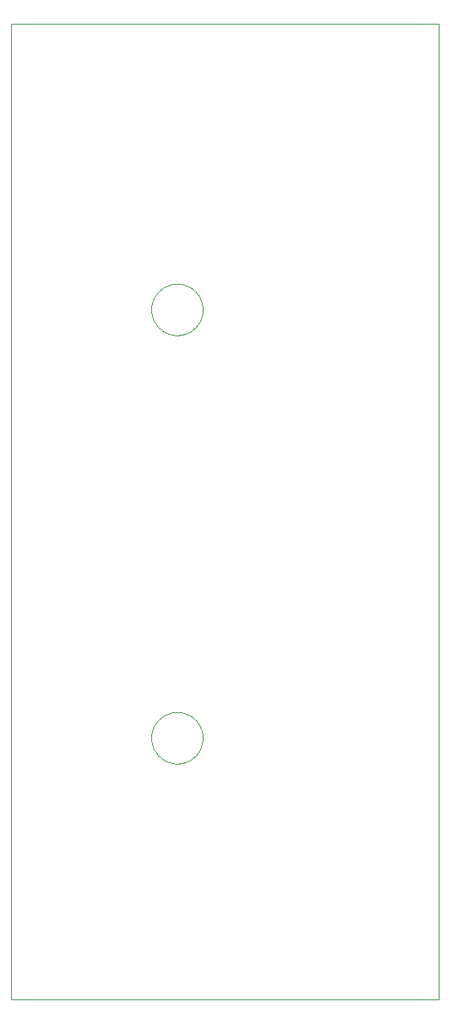
<source format=gko>
*%FSLAX23Y23*%
*%MOIN*%
G01*
D14*
X9100Y5950D02*
Y10050D01*
Y5950D02*
X10900D01*
Y10050D02*
X9100D01*
X10900D02*
Y5950D01*
X9908Y7050D02*
X9908Y7047D01*
X9908Y7043D01*
X9908Y7040D01*
X9907Y7037D01*
X9907Y7033D01*
X9906Y7030D01*
X9906Y7027D01*
X9905Y7024D01*
X9904Y7020D01*
X9903Y7017D01*
X9902Y7014D01*
X9901Y7011D01*
X9899Y7008D01*
X9898Y7005D01*
X9897Y7002D01*
X9895Y6999D01*
X9894Y6996D01*
X9892Y6993D01*
X9890Y6990D01*
X9888Y6988D01*
X9886Y6985D01*
X9884Y6982D01*
X9882Y6980D01*
X9880Y6977D01*
X9878Y6975D01*
X9875Y6972D01*
X9873Y6970D01*
X9870Y6968D01*
X9868Y6966D01*
X9865Y6964D01*
X9862Y6962D01*
X9860Y6960D01*
X9857Y6958D01*
X9854Y6956D01*
X9851Y6955D01*
X9848Y6953D01*
X9845Y6952D01*
X9842Y6951D01*
X9839Y6949D01*
X9836Y6948D01*
X9833Y6947D01*
X9830Y6946D01*
X9826Y6945D01*
X9823Y6944D01*
X9820Y6944D01*
X9817Y6943D01*
X9813Y6943D01*
X9810Y6942D01*
X9807Y6942D01*
X9803Y6942D01*
X9800Y6942D01*
X9797Y6942D01*
X9793Y6942D01*
X9790Y6942D01*
X9787Y6943D01*
X9783Y6943D01*
X9780Y6944D01*
X9777Y6944D01*
X9774Y6945D01*
X9770Y6946D01*
X9767Y6947D01*
X9764Y6948D01*
X9761Y6949D01*
X9758Y6951D01*
X9755Y6952D01*
X9752Y6953D01*
X9749Y6955D01*
X9746Y6956D01*
X9743Y6958D01*
X9740Y6960D01*
X9738Y6962D01*
X9735Y6964D01*
X9732Y6966D01*
X9730Y6968D01*
X9727Y6970D01*
X9725Y6972D01*
X9722Y6975D01*
X9720Y6977D01*
X9718Y6980D01*
X9716Y6982D01*
X9714Y6985D01*
X9712Y6988D01*
X9710Y6990D01*
X9708Y6993D01*
X9706Y6996D01*
X9705Y6999D01*
X9703Y7002D01*
X9702Y7005D01*
X9701Y7008D01*
X9699Y7011D01*
X9698Y7014D01*
X9697Y7017D01*
X9696Y7020D01*
X9695Y7024D01*
X9694Y7027D01*
X9694Y7030D01*
X9693Y7033D01*
X9693Y7037D01*
X9692Y7040D01*
X9692Y7043D01*
X9692Y7047D01*
X9692Y7050D01*
X9692Y7053D01*
X9692Y7057D01*
X9692Y7060D01*
X9693Y7063D01*
X9693Y7067D01*
X9694Y7070D01*
X9694Y7073D01*
X9695Y7076D01*
X9696Y7080D01*
X9697Y7083D01*
X9698Y7086D01*
X9699Y7089D01*
X9701Y7092D01*
X9702Y7095D01*
X9703Y7098D01*
X9705Y7101D01*
X9706Y7104D01*
X9708Y7107D01*
X9710Y7110D01*
X9712Y7112D01*
X9714Y7115D01*
X9716Y7118D01*
X9718Y7120D01*
X9720Y7123D01*
X9722Y7125D01*
X9725Y7128D01*
X9727Y7130D01*
X9730Y7132D01*
X9732Y7134D01*
X9735Y7136D01*
X9738Y7138D01*
X9740Y7140D01*
X9743Y7142D01*
X9746Y7144D01*
X9749Y7145D01*
X9752Y7147D01*
X9755Y7148D01*
X9758Y7149D01*
X9761Y7151D01*
X9764Y7152D01*
X9767Y7153D01*
X9770Y7154D01*
X9774Y7155D01*
X9777Y7156D01*
X9780Y7156D01*
X9783Y7157D01*
X9787Y7157D01*
X9790Y7158D01*
X9793Y7158D01*
X9797Y7158D01*
X9800Y7158D01*
X9803Y7158D01*
X9807Y7158D01*
X9810Y7158D01*
X9813Y7157D01*
X9817Y7157D01*
X9820Y7156D01*
X9823Y7156D01*
X9826Y7155D01*
X9830Y7154D01*
X9833Y7153D01*
X9836Y7152D01*
X9839Y7151D01*
X9842Y7149D01*
X9845Y7148D01*
X9848Y7147D01*
X9851Y7145D01*
X9854Y7144D01*
X9857Y7142D01*
X9860Y7140D01*
X9862Y7138D01*
X9865Y7136D01*
X9868Y7134D01*
X9870Y7132D01*
X9873Y7130D01*
X9875Y7128D01*
X9878Y7125D01*
X9880Y7123D01*
X9882Y7120D01*
X9884Y7118D01*
X9886Y7115D01*
X9888Y7112D01*
X9890Y7110D01*
X9892Y7107D01*
X9894Y7104D01*
X9895Y7101D01*
X9897Y7098D01*
X9898Y7095D01*
X9899Y7092D01*
X9901Y7089D01*
X9902Y7086D01*
X9903Y7083D01*
X9904Y7080D01*
X9905Y7076D01*
X9906Y7073D01*
X9906Y7070D01*
X9907Y7067D01*
X9907Y7063D01*
X9908Y7060D01*
X9908Y7057D01*
X9908Y7053D01*
X9908Y7050D01*
Y8850D02*
X9908Y8847D01*
X9908Y8843D01*
X9908Y8840D01*
X9907Y8837D01*
X9907Y8833D01*
X9906Y8830D01*
X9906Y8827D01*
X9905Y8824D01*
X9904Y8820D01*
X9903Y8817D01*
X9902Y8814D01*
X9901Y8811D01*
X9899Y8808D01*
X9898Y8805D01*
X9897Y8802D01*
X9895Y8799D01*
X9894Y8796D01*
X9892Y8793D01*
X9890Y8790D01*
X9888Y8788D01*
X9886Y8785D01*
X9884Y8782D01*
X9882Y8780D01*
X9880Y8777D01*
X9878Y8775D01*
X9875Y8772D01*
X9873Y8770D01*
X9870Y8768D01*
X9868Y8766D01*
X9865Y8764D01*
X9862Y8762D01*
X9860Y8760D01*
X9857Y8758D01*
X9854Y8756D01*
X9851Y8755D01*
X9848Y8753D01*
X9845Y8752D01*
X9842Y8751D01*
X9839Y8749D01*
X9836Y8748D01*
X9833Y8747D01*
X9830Y8746D01*
X9826Y8745D01*
X9823Y8744D01*
X9820Y8744D01*
X9817Y8743D01*
X9813Y8743D01*
X9810Y8742D01*
X9807Y8742D01*
X9803Y8742D01*
X9800Y8742D01*
X9797Y8742D01*
X9793Y8742D01*
X9790Y8742D01*
X9787Y8743D01*
X9783Y8743D01*
X9780Y8744D01*
X9777Y8744D01*
X9774Y8745D01*
X9770Y8746D01*
X9767Y8747D01*
X9764Y8748D01*
X9761Y8749D01*
X9758Y8751D01*
X9755Y8752D01*
X9752Y8753D01*
X9749Y8755D01*
X9746Y8756D01*
X9743Y8758D01*
X9740Y8760D01*
X9738Y8762D01*
X9735Y8764D01*
X9732Y8766D01*
X9730Y8768D01*
X9727Y8770D01*
X9725Y8772D01*
X9722Y8775D01*
X9720Y8777D01*
X9718Y8780D01*
X9716Y8782D01*
X9714Y8785D01*
X9712Y8788D01*
X9710Y8790D01*
X9708Y8793D01*
X9706Y8796D01*
X9705Y8799D01*
X9703Y8802D01*
X9702Y8805D01*
X9701Y8808D01*
X9699Y8811D01*
X9698Y8814D01*
X9697Y8817D01*
X9696Y8820D01*
X9695Y8824D01*
X9694Y8827D01*
X9694Y8830D01*
X9693Y8833D01*
X9693Y8837D01*
X9692Y8840D01*
X9692Y8843D01*
X9692Y8847D01*
X9692Y8850D01*
X9692Y8853D01*
X9692Y8857D01*
X9692Y8860D01*
X9693Y8863D01*
X9693Y8867D01*
X9694Y8870D01*
X9694Y8873D01*
X9695Y8876D01*
X9696Y8880D01*
X9697Y8883D01*
X9698Y8886D01*
X9699Y8889D01*
X9701Y8892D01*
X9702Y8895D01*
X9703Y8898D01*
X9705Y8901D01*
X9706Y8904D01*
X9708Y8907D01*
X9710Y8910D01*
X9712Y8912D01*
X9714Y8915D01*
X9716Y8918D01*
X9718Y8920D01*
X9720Y8923D01*
X9722Y8925D01*
X9725Y8928D01*
X9727Y8930D01*
X9730Y8932D01*
X9732Y8934D01*
X9735Y8936D01*
X9738Y8938D01*
X9740Y8940D01*
X9743Y8942D01*
X9746Y8944D01*
X9749Y8945D01*
X9752Y8947D01*
X9755Y8948D01*
X9758Y8949D01*
X9761Y8951D01*
X9764Y8952D01*
X9767Y8953D01*
X9770Y8954D01*
X9774Y8955D01*
X9777Y8956D01*
X9780Y8956D01*
X9783Y8957D01*
X9787Y8957D01*
X9790Y8958D01*
X9793Y8958D01*
X9797Y8958D01*
X9800Y8958D01*
X9803Y8958D01*
X9807Y8958D01*
X9810Y8958D01*
X9813Y8957D01*
X9817Y8957D01*
X9820Y8956D01*
X9823Y8956D01*
X9826Y8955D01*
X9830Y8954D01*
X9833Y8953D01*
X9836Y8952D01*
X9839Y8951D01*
X9842Y8949D01*
X9845Y8948D01*
X9848Y8947D01*
X9851Y8945D01*
X9854Y8944D01*
X9857Y8942D01*
X9860Y8940D01*
X9862Y8938D01*
X9865Y8936D01*
X9868Y8934D01*
X9870Y8932D01*
X9873Y8930D01*
X9875Y8928D01*
X9878Y8925D01*
X9880Y8923D01*
X9882Y8920D01*
X9884Y8918D01*
X9886Y8915D01*
X9888Y8912D01*
X9890Y8910D01*
X9892Y8907D01*
X9894Y8904D01*
X9895Y8901D01*
X9897Y8898D01*
X9898Y8895D01*
X9899Y8892D01*
X9901Y8889D01*
X9902Y8886D01*
X9903Y8883D01*
X9904Y8880D01*
X9905Y8876D01*
X9906Y8873D01*
X9906Y8870D01*
X9907Y8867D01*
X9907Y8863D01*
X9908Y8860D01*
X9908Y8857D01*
X9908Y8853D01*
X9908Y8850D01*
X9100Y10050D02*
X10900D01*
Y5950D02*
X9100D01*
Y10050D01*
X10900D02*
Y5950D01*
D02*
M02*

</source>
